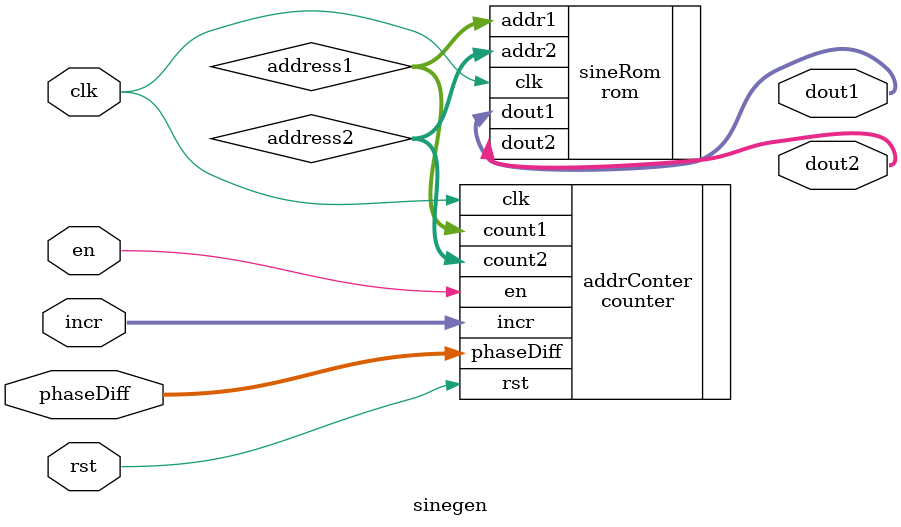
<source format=sv>
module sinegen #(
    parameter A_WIDTH =8,
              D_WIDTH =8
)(
    input logic clk,
    input logic rst,
    input logic en,
    input logic [D_WIDTH-1:0] incr,
    input logic [D_WIDTH-1:0] phaseDiff,
    output logic [D_WIDTH-1:0] dout1,
    output logic [D_WIDTH-1:0] dout2

);

    logic [A_WIDTH-1:0] address1;
    logic [A_WIDTH-1:0] address2; //interconnect wire

counter addrConter(
    .clk (clk),
    .rst (rst),
    .en (en),
    .incr (incr),
    .phaseDiff (phaseDiff),
    .count1 (address1),
    .count2 (address2)

);

rom sineRom(
    .clk (clk),
    .addr1 (address1),
    .addr2 (address2),
    .dout1 (dout1),
    .dout2 (dout2)
);

endmodule


</source>
